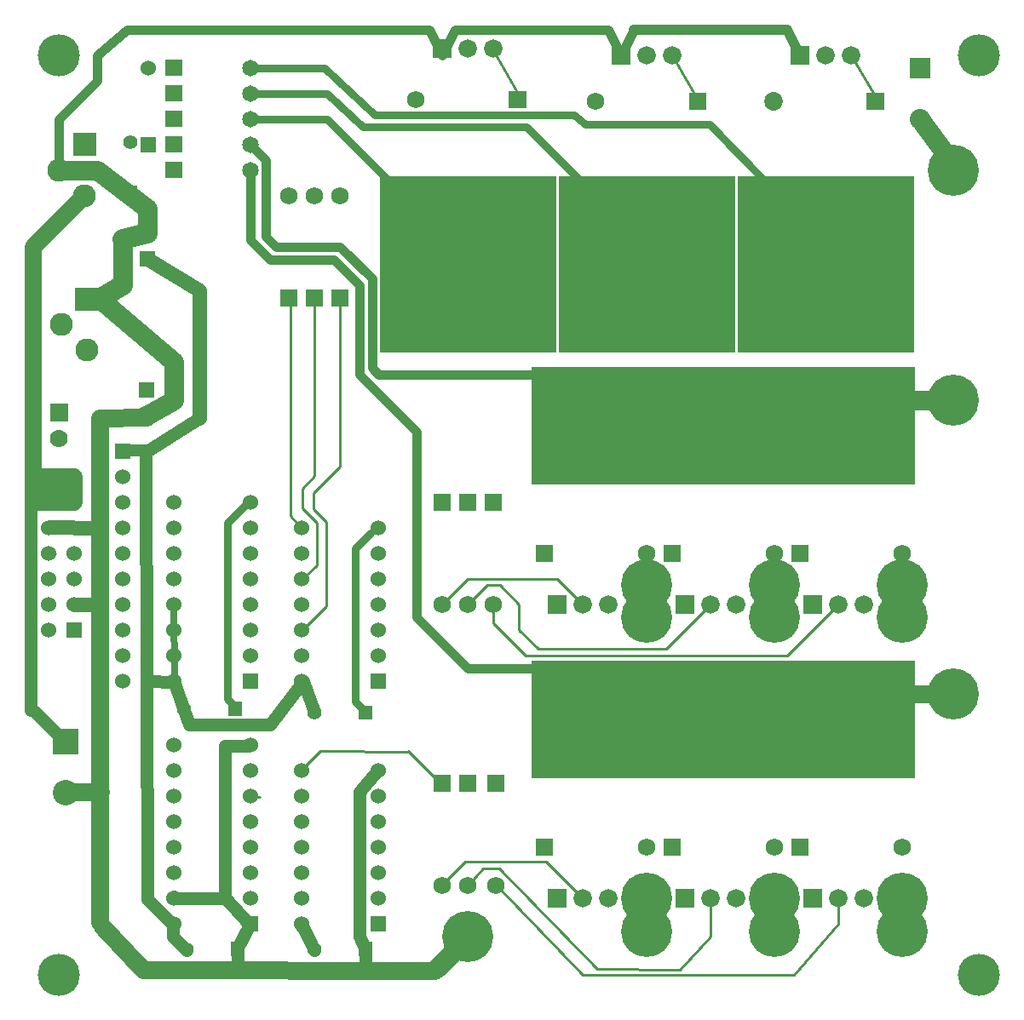
<source format=gbl>
G04 start of page 3 for group 1 idx 1 *
G04 Title: (unknown), ground *
G04 Creator: pcb 20110918 *
G04 CreationDate: Mon 05 May 2014 14:06:19 GMT UTC *
G04 For: ksarkies *
G04 Format: Gerber/RS-274X *
G04 PCB-Dimensions: 390000 390000 *
G04 PCB-Coordinate-Origin: lower left *
%MOIN*%
%FSLAX25Y25*%
%LNBOTTOM*%
%ADD68C,0.0590*%
%ADD67C,0.0280*%
%ADD66C,0.0380*%
%ADD65C,0.0420*%
%ADD64C,0.1240*%
%ADD63C,0.0840*%
%ADD62R,0.4600X0.4600*%
%ADD61C,0.1000*%
%ADD60C,0.0900*%
%ADD59C,0.0600*%
%ADD58C,0.0680*%
%ADD57C,0.0040*%
%ADD56C,0.0720*%
%ADD55C,0.0730*%
%ADD54C,0.1650*%
%ADD53C,0.2000*%
%ADD52C,0.0001*%
%ADD51C,0.0250*%
%ADD50C,0.0400*%
%ADD49C,0.0650*%
%ADD48C,0.0800*%
%ADD47C,0.0500*%
%ADD46C,0.0450*%
%ADD45C,0.0550*%
%ADD44C,0.0700*%
%ADD43C,0.0750*%
%ADD42C,0.0350*%
%ADD41C,0.0100*%
%ADD40C,0.0300*%
G54D40*X138500Y351500D02*X216000D01*
X134000Y347000D02*X198000D01*
X225000Y320000D01*
G54D41*X196000Y357500D03*
X216500Y351000D02*Y351500D01*
G54D40*X221000Y348000D01*
X90000Y370000D02*X119000D01*
X138500Y351500D01*
X90000Y360000D02*X120000D01*
X134000Y347000D01*
X90000Y350000D02*X120000D01*
X150000Y320000D01*
G54D42*X90000Y340000D02*X96000Y334000D01*
G54D41*X325000Y375000D02*X335500Y357000D01*
X265000Y357500D02*X264500D01*
X255000Y375000D02*X265000Y357500D01*
X185000Y377000D02*X196000Y357500D01*
G54D40*X221000Y348000D02*X269500D01*
X293000Y324000D01*
G54D43*X362000Y240000D02*X342500D01*
X363000Y335000D02*X352000Y350000D01*
X25900Y279500D02*X30900D01*
X49200Y234000D03*
X60000Y239800D02*Y255000D01*
X30900Y279500D01*
X49200Y234000D02*X60000Y239800D01*
G54D44*X49300Y233300D02*X31000Y233000D01*
G54D45*X70000Y283000D02*Y233000D01*
G54D46*X50000Y220100D02*X40200D01*
G54D47*X70000Y233000D02*X50000Y220100D01*
G54D42*X96000Y334000D02*Y304000D01*
X90000Y330000D02*Y302500D01*
X96000Y304000D02*X100000Y300000D01*
X90000Y302500D02*X97500Y295000D01*
X100000Y300000D02*X125000D01*
X137500Y287500D01*
X97500Y295000D02*X122500D01*
X132500Y285000D01*
X137500Y287500D02*Y252500D01*
X140000Y250000D01*
X205000D01*
X132500Y285000D02*Y250000D01*
G54D48*X30900Y279500D02*X40000Y285000D01*
G54D43*Y303000D01*
G54D48*X49700Y305200D01*
G54D41*Y295200D03*
G54D43*Y305200D02*X49500Y315000D01*
G54D45*X49700Y295200D02*X70000Y283000D01*
G54D43*X49500Y315000D02*X30000Y330000D01*
X15000D01*
G54D49*X5000Y300000D02*X25000Y320000D01*
G54D42*X15000Y330000D02*Y350000D01*
X30000Y365000D01*
Y375000D01*
X41500Y385000D01*
X160000D01*
X170000D02*X230000D01*
G54D50*X240000D02*X300000D01*
G54D42*X160000D02*X165000Y375000D01*
X170000Y385000D01*
X230000D02*X235000Y375000D01*
X240000Y385000D01*
G54D50*X300000D02*X305000Y375000D01*
G54D40*X89000Y200000D02*X81000Y192000D01*
X137000Y188000D02*X131000Y182000D01*
G54D41*X14500Y234500D02*Y233500D01*
G54D49*X11500Y200000D02*Y210000D01*
G54D45*X20900Y160000D02*X29000D01*
X30000Y190000D02*X11400Y190200D01*
G54D49*X21000Y210000D02*X6000D01*
G54D41*X11500Y150000D02*Y151500D01*
Y180000D02*X13500D01*
G54D49*X21000Y200000D02*Y210000D01*
X16500Y200000D02*Y210000D01*
X5000Y200000D02*X21000D01*
X5000D02*Y300000D01*
G54D41*X220000Y15000D02*X302500D01*
X258000Y17000D02*X270000Y30000D01*
Y45000D01*
X225500Y17100D02*X258000Y17000D01*
X302500Y15000D02*X320000Y35000D01*
Y45000D01*
X220000D02*X222500D01*
X220000Y15000D02*X186600Y49500D01*
X205500Y59200D02*X220000Y45000D01*
X187400Y56600D02*X225500Y17100D01*
X164800Y50100D02*X174000Y59300D01*
X175000Y50000D02*X181000Y56600D01*
X174000Y59300D02*X205500Y59200D01*
X181000Y56600D02*X187400D01*
G54D47*X80000Y45500D02*Y104500D01*
X132500Y30000D02*Y86500D01*
X110000Y34000D02*X109500Y34500D01*
G54D41*X90000Y74500D02*Y75000D01*
X90500Y84500D02*X93500D01*
X110700Y95800D02*X117400Y102500D01*
G54D47*X66000Y113000D02*X97700D01*
G54D41*X117400Y102500D02*X151900Y102400D01*
G54D42*X155000Y210000D02*Y155000D01*
G54D41*X140500Y150000D02*X138000D01*
X139500Y149500D02*X139000D01*
G54D42*X132500Y250000D02*X155000Y227500D01*
Y200000D01*
G54D41*X135000Y118000D02*X136000D01*
X151700Y102500D02*X164600Y89600D01*
G54D40*X131000Y122000D02*X135000Y118000D01*
X131000Y182000D02*Y122000D01*
G54D47*X89500Y34500D02*X79500Y45500D01*
X84500Y25000D02*X89500Y34500D01*
X85000Y24900D02*Y17500D01*
G54D41*X84900D01*
G54D47*X60500Y45000D02*X60000Y45500D01*
X49500Y44500D02*X59500Y34500D01*
Y35000D01*
Y30000D01*
X80000Y45000D02*X60500D01*
X59500Y30000D02*X65000Y24500D01*
G54D44*X32000Y34000D02*X48000Y17000D01*
X162000Y16500D01*
G54D41*X154900Y16700D01*
G54D47*X80000Y104500D02*X89000D01*
G54D40*X81000Y123000D02*X85000Y119000D01*
X81000Y192000D02*Y123000D01*
G54D44*X31000Y233000D02*Y35500D01*
G54D47*X4000Y199500D02*Y118500D01*
X5500Y118000D02*X17500Y106000D01*
G54D44*X17000Y86500D02*X31166Y86586D01*
G54D47*X60200Y129700D02*X49600Y130000D01*
X60100Y129900D02*X66000Y113000D01*
G54D51*X60000Y159000D02*X60200Y131700D01*
G54D47*X49100Y219700D02*X49500Y44500D01*
X134500Y24500D02*Y25500D01*
X132500Y30000D01*
X115000Y24500D02*X110000Y35000D01*
G54D43*X162900Y17500D02*X175200Y29800D01*
G54D47*X135100Y25000D02*Y17600D01*
G54D41*X197500Y140000D02*X300000D01*
X320000Y160000D01*
Y157500D01*
X202500Y142500D02*X252500D01*
X270000Y160000D01*
G54D44*X362000Y125000D02*X342500D01*
G54D41*X210000Y170000D02*X220000Y160000D01*
X185000Y157500D02*Y152500D01*
X197500Y140000D01*
X195000Y160000D02*Y150000D01*
G54D42*X155000Y155000D02*X175000Y135000D01*
X200000D01*
G54D41*X195000Y150000D02*X202500Y142500D01*
X165000Y160000D02*X175000Y170000D01*
Y160000D02*X182500Y167500D01*
X187500D01*
X195000Y160000D01*
X175000Y170000D02*X210000D01*
G54D47*X132500Y86500D02*X139500Y95000D01*
G54D41*X110500Y129000D02*X111000D01*
G54D47*X97700Y113000D02*X110500Y130000D01*
X111000Y129000D02*X115000Y118000D01*
G54D41*X105600Y279700D02*Y194500D01*
X115100Y279300D02*Y210100D01*
X114600Y203700D02*Y197300D01*
X124900Y279000D02*Y214000D01*
X105600Y194500D02*X110100Y190000D01*
X115100Y210100D02*X110200Y205200D01*
Y197600D01*
X115800Y192000D01*
X114600Y197300D02*X119600Y192300D01*
X90000Y200000D02*X89000D01*
X115800Y175200D02*X110100Y169500D01*
X119600Y159200D02*X109900Y149500D01*
X124900Y214000D02*X114600Y203700D01*
X115800Y192000D02*Y175200D01*
X119600Y192300D02*Y159200D01*
X140000Y188000D02*X137000D01*
X89700Y200700D02*X89500Y200500D01*
X11300Y170100D02*X11500D01*
X11300Y159900D02*Y161000D01*
X11500Y150200D02*Y151300D01*
G54D52*G36*
X348000Y374000D02*Y366000D01*
X356000D01*
Y374000D01*
X348000D01*
G37*
G54D48*X352000Y350000D03*
G54D53*X365000Y330000D03*
G54D54*X375000Y375000D03*
G54D53*X365000Y240000D03*
G54D52*G36*
X301400Y378600D02*Y371400D01*
X308600D01*
Y378600D01*
X301400D01*
G37*
G54D55*X294500Y357000D03*
G54D56*X315000Y375000D03*
X325000D03*
G54D52*G36*
X331100Y360400D02*Y353600D01*
X337900D01*
Y360400D01*
X331100D01*
G37*
G54D57*X305000Y240000D03*
X295000D03*
Y285000D03*
X345000Y240000D03*
X335000Y285000D03*
G54D54*X375000Y15000D03*
G54D53*X345000Y32000D03*
Y45000D03*
G54D56*X270000D03*
X280000D03*
G54D52*G36*
X306400Y48600D02*Y41400D01*
X313600D01*
Y48600D01*
X306400D01*
G37*
G54D56*X320000Y45000D03*
X330000D03*
G54D53*X295000Y32000D03*
Y45000D03*
G54D58*Y65000D03*
G54D56*X270000Y160000D03*
X280000D03*
G54D52*G36*
X306400Y163600D02*Y156400D01*
X313600D01*
Y163600D01*
X306400D01*
G37*
G54D56*X320000Y160000D03*
X330000D03*
G54D53*X365000Y125000D03*
X345000Y155000D03*
Y167500D03*
G54D57*Y125000D03*
G54D58*Y180000D03*
G54D52*G36*
X301600Y68400D02*Y61600D01*
X308400D01*
Y68400D01*
X301600D01*
G37*
G54D58*X345000Y65000D03*
G54D53*X295000Y155000D03*
Y167500D03*
G54D57*X305000Y125000D03*
X295000D03*
G54D52*G36*
X301600Y183400D02*Y176600D01*
X308400D01*
Y183400D01*
X301600D01*
G37*
G54D58*X295000Y180000D03*
G54D59*X21000Y200000D03*
Y210000D03*
X40000D03*
Y200000D03*
X11000D03*
Y210000D03*
G54D52*G36*
X11500Y238500D02*Y231500D01*
X18500D01*
Y238500D01*
X11500D01*
G37*
G54D44*X15000Y225000D03*
G54D52*G36*
X46200Y247000D02*Y241000D01*
X52200D01*
Y247000D01*
X46200D01*
G37*
G54D59*X49200Y234000D03*
G54D52*G36*
X37000Y223000D02*Y217000D01*
X43000D01*
Y223000D01*
X37000D01*
G37*
G36*
X21400Y284000D02*Y275000D01*
X30400D01*
Y284000D01*
X21400D01*
G37*
G54D60*X15900Y269500D03*
X25900Y259500D03*
G54D52*G36*
X56750Y363250D02*Y356750D01*
X63250D01*
Y363250D01*
X56750D01*
G37*
G54D59*X50000Y370000D03*
G54D52*G36*
X56750Y353250D02*Y346750D01*
X63250D01*
Y353250D01*
X56750D01*
G37*
G36*
Y373250D02*Y366750D01*
X63250D01*
Y373250D01*
X56750D01*
G37*
G36*
X47000Y343000D02*Y337000D01*
X53000D01*
Y343000D01*
X47000D01*
G37*
G36*
X46700Y298200D02*Y292200D01*
X52700D01*
Y298200D01*
X46700D01*
G37*
G54D49*X49700Y305200D03*
G54D52*G36*
X56750Y333250D02*Y326750D01*
X63250D01*
Y333250D01*
X56750D01*
G37*
G36*
Y343250D02*Y336750D01*
X63250D01*
Y343250D01*
X56750D01*
G37*
G54D45*X43000Y341000D03*
G54D54*X15000Y375000D03*
G54D52*G36*
X20500Y344500D02*Y335500D01*
X29500D01*
Y344500D01*
X20500D01*
G37*
G54D60*X15000Y330000D03*
X25000Y320000D03*
G54D52*G36*
X40250Y323750D02*Y318250D01*
X45750D01*
Y323750D01*
X40250D01*
G37*
G54D53*X175000Y30000D03*
G54D52*G36*
X206400Y48600D02*Y41400D01*
X213600D01*
Y48600D01*
X206400D01*
G37*
G54D58*X175000Y50000D03*
X186000D03*
G54D53*X245000Y32000D03*
Y45000D03*
G54D56*X220000D03*
X230000D03*
G54D52*G36*
X256400Y48600D02*Y41400D01*
X263600D01*
Y48600D01*
X256400D01*
G37*
G36*
X201600Y68400D02*Y61600D01*
X208400D01*
Y68400D01*
X201600D01*
G37*
G54D58*X245000Y65000D03*
G54D52*G36*
X251600Y68400D02*Y61600D01*
X258400D01*
Y68400D01*
X251600D01*
G37*
G54D58*X165000Y50000D03*
G54D53*X245000Y155000D03*
Y167500D03*
G54D56*X230000Y160000D03*
G54D57*X245000Y125000D03*
G54D52*G36*
X251600Y183400D02*Y176600D01*
X258400D01*
Y183400D01*
X251600D01*
G37*
G54D58*X245000Y180000D03*
G54D52*G36*
X256400Y163600D02*Y156400D01*
X263600D01*
Y163600D01*
X256400D01*
G37*
G54D57*X255000Y125000D03*
Y240000D03*
G54D52*G36*
X206400Y163600D02*Y156400D01*
X213600D01*
Y163600D01*
X206400D01*
G37*
G54D56*X220000Y160000D03*
G54D57*X205000Y125000D03*
G54D52*G36*
X201600Y183400D02*Y176600D01*
X208400D01*
Y183400D01*
X201600D01*
G37*
G54D57*X205000Y240000D03*
X245000D03*
G54D52*G36*
X181600Y203400D02*Y196600D01*
X188400D01*
Y203400D01*
X181600D01*
G37*
G36*
X171600D02*Y196600D01*
X178400D01*
Y203400D01*
X171600D01*
G37*
G36*
X161600D02*Y196600D01*
X168400D01*
Y203400D01*
X161600D01*
G37*
G54D58*X185000Y160000D03*
X175000D03*
X165000D03*
G54D59*X140000Y150000D03*
Y160000D03*
Y170000D03*
Y180000D03*
Y190000D03*
X110000D03*
Y180000D03*
Y170000D03*
Y160000D03*
Y150000D03*
Y140000D03*
Y130000D03*
G54D52*G36*
X171600Y93400D02*Y86600D01*
X178400D01*
Y93400D01*
X171600D01*
G37*
G36*
X137000Y133000D02*Y127000D01*
X143000D01*
Y133000D01*
X137000D01*
G37*
G54D59*X140000Y95000D03*
G54D52*G36*
X182600Y93400D02*Y86600D01*
X189400D01*
Y93400D01*
X182600D01*
G37*
G36*
X161600D02*Y86600D01*
X168400D01*
Y93400D01*
X161600D01*
G37*
G36*
X132250Y120250D02*Y114750D01*
X137750D01*
Y120250D01*
X132250D01*
G37*
G54D59*X140000Y140000D03*
Y75000D03*
Y85000D03*
X110000Y95000D03*
G54D45*X115000Y117500D03*
G54D59*X110000Y85000D03*
Y75000D03*
G54D52*G36*
X132250Y27750D02*Y22250D01*
X137750D01*
Y27750D01*
X132250D01*
G37*
G54D45*X115000Y25000D03*
G54D52*G36*
X137000Y38000D02*Y32000D01*
X143000D01*
Y38000D01*
X137000D01*
G37*
G54D59*X140000Y45000D03*
Y55000D03*
Y65000D03*
X110000D03*
Y55000D03*
Y45000D03*
Y35000D03*
G54D49*X90000Y360000D03*
G54D52*G36*
X161400Y381100D02*Y373900D01*
X168600D01*
Y381100D01*
X161400D01*
G37*
G54D49*X90000Y370000D03*
G54D58*X154500Y357500D03*
G54D52*G36*
X101600Y283400D02*Y276600D01*
X108400D01*
Y283400D01*
X101600D01*
G37*
G54D58*X105000Y320000D03*
G54D52*G36*
X111600Y283400D02*Y276600D01*
X118400D01*
Y283400D01*
X111600D01*
G37*
G54D58*X115000Y320000D03*
G54D52*G36*
X121600Y283400D02*Y276600D01*
X128400D01*
Y283400D01*
X121600D01*
G37*
G54D58*X125000Y320000D03*
G54D49*X90000Y350000D03*
Y330000D03*
Y340000D03*
G54D57*X155000Y285000D03*
X265000D03*
G54D52*G36*
X261600Y360400D02*Y353600D01*
X268400D01*
Y360400D01*
X261600D01*
G37*
G54D56*X175000Y377500D03*
X185000D03*
G54D52*G36*
X231400Y378600D02*Y371400D01*
X238600D01*
Y378600D01*
X231400D01*
G37*
G54D56*X245000Y375000D03*
X255000D03*
G54D57*X225000Y285000D03*
X195000D03*
G54D52*G36*
X191100Y360900D02*Y354100D01*
X197900D01*
Y360900D01*
X191100D01*
G37*
G54D58*X225000Y357000D03*
G54D59*X21000Y170000D03*
X11000D03*
X21000Y180000D03*
X11000D03*
G54D52*G36*
X18000Y153000D02*Y147000D01*
X24000D01*
Y153000D01*
X18000D01*
G37*
G54D59*X11000Y150000D03*
X21000Y160000D03*
X11000D03*
Y190000D03*
G54D54*X15000Y15000D03*
G54D52*G36*
X12500Y111300D02*Y101300D01*
X22500D01*
Y111300D01*
X12500D01*
G37*
G54D61*X17500Y86300D03*
G54D52*G36*
X87000Y38000D02*Y32000D01*
X93000D01*
Y38000D01*
X87000D01*
G37*
G36*
X82250Y27750D02*Y22250D01*
X87750D01*
Y27750D01*
X82250D01*
G37*
G54D59*X90000Y45000D03*
Y55000D03*
Y65000D03*
Y75000D03*
X60000Y65000D03*
Y55000D03*
Y45000D03*
Y35000D03*
G54D45*X65000Y25000D03*
G54D59*X21000Y190000D03*
X40000D03*
Y180000D03*
Y170000D03*
Y160000D03*
Y150000D03*
Y140000D03*
X60000Y200000D03*
Y190000D03*
Y180000D03*
Y170000D03*
Y160000D03*
Y150000D03*
Y140000D03*
X40000Y130000D03*
G54D52*G36*
X87000Y133000D02*Y127000D01*
X93000D01*
Y133000D01*
X87000D01*
G37*
G54D59*X90000Y140000D03*
Y150000D03*
Y160000D03*
Y170000D03*
Y180000D03*
Y190000D03*
Y200000D03*
X60000Y130000D03*
X90000Y85000D03*
Y95000D03*
X60000D03*
Y85000D03*
Y75000D03*
X90000Y105000D03*
X60000D03*
G54D52*G36*
X81250Y121750D02*Y116250D01*
X86750D01*
Y121750D01*
X81250D01*
G37*
G54D45*X64000Y119000D03*
G54D62*X323000Y230000D02*X327000D01*
X273000D02*X277000D01*
X223000D02*X227000D01*
G54D52*G36*
X280500Y327500D02*Y258500D01*
X349500D01*
Y327500D01*
X280500D01*
G37*
G36*
X210500D02*Y258500D01*
X279500D01*
Y327500D01*
X210500D01*
G37*
G36*
X140500D02*Y258500D01*
X209500D01*
Y327500D01*
X140500D01*
G37*
G54D62*X323000Y115000D02*X327000D01*
X273000D02*X277000D01*
X223000D02*X227000D01*
G54D50*G54D63*G54D64*G54D63*G54D65*G54D66*G54D65*G54D66*G54D50*G54D64*G54D63*G54D65*G54D63*G54D66*G54D65*G54D63*G54D50*G54D66*G54D63*G54D50*G54D66*G54D67*G54D66*G54D67*G54D40*G54D67*G54D59*G54D50*G54D40*G54D50*G54D40*G54D64*G54D59*G54D40*G54D63*G54D65*G54D66*G54D63*G54D65*G54D66*G54D63*G54D65*G54D50*G54D66*G54D65*G54D50*G54D65*G54D50*G54D66*G54D50*G54D66*G54D67*G54D66*G54D67*G54D66*G54D40*G54D67*G54D40*G54D67*G54D40*G54D67*G54D50*G54D65*G54D50*G54D66*G54D50*G54D66*G54D65*G54D50*G54D66*G54D64*G54D68*G54D67*G54D40*G54D67*G54D40*G54D66*G54D67*G54D40*M02*

</source>
